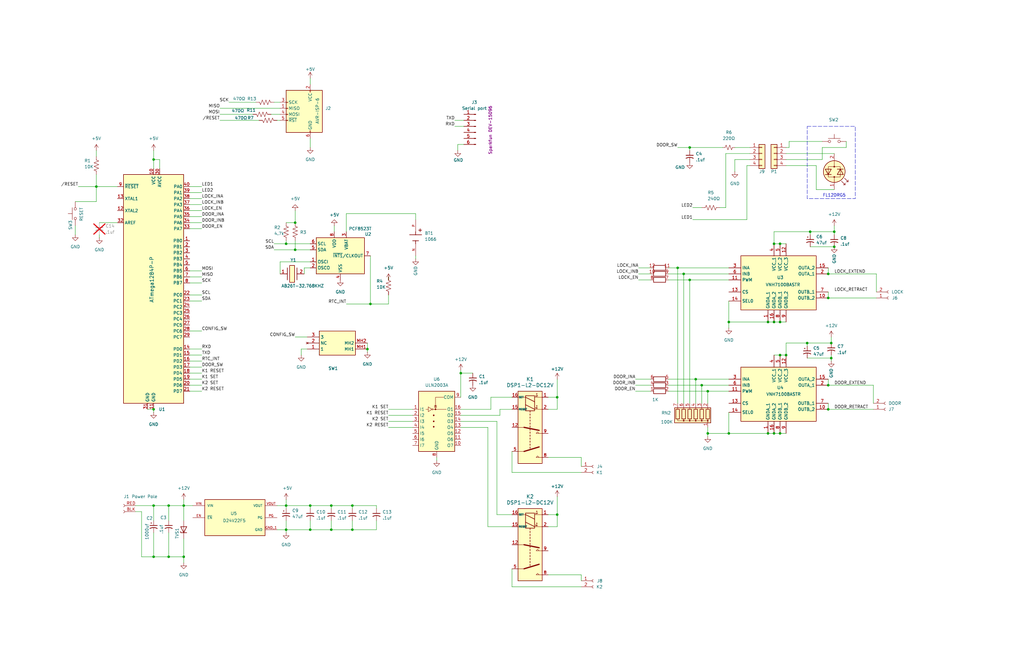
<source format=kicad_sch>
(kicad_sch (version 20250114) (generator "eeschema") (generator_version "9.0")
  (paper "B")
  (title_block (title "Chicken Coop Controller Board") (date "2026-01-19") (rev "5") (company "vinthewrench.com") (comment 1 "CERN-OHL-P v2 Permissive Open Hardware Licence") (comment 2 "© 2026 Vinnie Moscaritolo"))
  (rectangle (start 340.36 53.34) (end 360.68 83.82) (stroke (width 0.1524) (type dash)))
  (text "FL12DRG5" (at 351.79 82.55 0) (effects (font (size 1.27 1.27))))
  (junction (at 64.77 213.36))
  (junction (at 351.79 104.14))
  (junction (at 64.77 172.72))
  (junction (at 295.91 162.56))
  (junction (at 350.52 144.78))
  (junction (at 156.21 128.27))
  (junction (at 120.65 223.52))
  (junction (at 130.81 213.36))
  (junction (at 340.36 144.78))
  (junction (at 288.29 115.57))
  (junction (at 285.75 113.03))
  (junction (at 349.25 125.73))
  (junction (at 148.59 213.36))
  (junction (at 328.93 182.88))
  (junction (at 326.39 182.88))
  (junction (at 328.93 135.89))
  (junction (at 328.93 102.87))
  (junction (at 293.37 160.02))
  (junction (at 234.95 167.64))
  (junction (at 139.7 213.36))
  (junction (at 120.65 213.36))
  (junction (at 351.79 97.79))
  (junction (at 341.63 97.79))
  (junction (at 139.7 223.52))
  (junction (at 194.31 157.48))
  (junction (at 298.45 165.1))
  (junction (at 349.25 162.56))
  (junction (at 77.47 234.95))
  (junction (at 331.47 149.86))
  (junction (at 326.39 102.87))
  (junction (at 323.85 182.88))
  (junction (at 124.46 105.41))
  (junction (at 307.34 182.88))
  (junction (at 234.95 217.17))
  (junction (at 71.12 234.95))
  (junction (at 64.77 234.95))
  (junction (at 130.81 223.52))
  (junction (at 40.64 78.74))
  (junction (at 350.52 151.13))
  (junction (at 307.34 135.89))
  (junction (at 349.25 115.57))
  (junction (at 71.12 213.36))
  (junction (at 298.45 182.88))
  (junction (at 154.94 147.32))
  (junction (at 290.83 62.23))
  (junction (at 326.39 135.89))
  (junction (at 124.46 93.98))
  (junction (at 64.77 67.31))
  (junction (at 77.47 213.36))
  (junction (at 148.59 223.52))
  (junction (at 290.83 118.11))
  (junction (at 323.85 135.89))
  (junction (at 328.93 149.86))
  (junction (at 349.25 172.72))
  (junction (at 120.65 102.87))
  (wire (pts (xy 148.59 223.52) (xy 139.7 223.52)))
  (wire (pts (xy 332.74 59.69) (xy 346.71 59.69)))
  (wire (pts (xy 148.59 213.36) (xy 158.75 213.36)))
  (wire (pts (xy 288.29 170.18) (xy 288.29 115.57)))
  (wire (pts (xy 207.01 167.64) (xy 215.9 167.64)))
  (wire (pts (xy 290.83 62.23) (xy 304.8 62.23)))
  (wire (pts (xy 293.37 160.02) (xy 293.37 170.18)))
  (wire (pts (xy 210.82 175.26) (xy 210.82 172.72)))
  (wire (pts (xy 351.79 95.25) (xy 351.79 97.79)))
  (wire (pts (xy 281.94 162.56) (xy 295.91 162.56)))
  (wire (pts (xy 314.96 92.71) (xy 314.96 69.85)))
  (wire (pts (xy 80.01 162.56) (xy 85.09 162.56)))
  (wire (pts (xy 80.01 88.9) (xy 85.09 88.9)))
  (wire (pts (xy 120.65 101.6) (xy 120.65 102.87)))
  (wire (pts (xy 328.93 149.86) (xy 331.47 149.86)))
  (wire (pts (xy 290.83 118.11) (xy 290.83 170.18)))
  (wire (pts (xy 340.36 146.05) (xy 340.36 144.78)))
  (wire (pts (xy 281.94 113.03) (xy 285.75 113.03)))
  (wire (pts (xy 351.79 97.79) (xy 341.63 97.79)))
  (wire (pts (xy 40.64 63.5) (xy 40.64 66.04)))
  (wire (pts (xy 231.14 193.04) (xy 245.11 193.04)))
  (wire (pts (xy 309.88 62.23) (xy 316.23 62.23)))
  (wire (pts (xy 194.31 177.8) (xy 209.55 177.8)))
  (wire (pts (xy 59.69 215.9) (xy 59.69 234.95)))
  (wire (pts (xy 328.93 135.89) (xy 331.47 135.89)))
  (wire (pts (xy 124.46 142.24) (xy 129.54 142.24)))
  (wire (pts (xy 64.77 213.36) (xy 64.77 219.71)))
  (wire (pts (xy 369.57 123.19) (xy 369.57 115.57)))
  (wire (pts (xy 118.11 110.49) (xy 118.11 115.57)))
  (wire (pts (xy 331.47 144.78) (xy 340.36 144.78)))
  (wire (pts (xy 57.15 215.9) (xy 59.69 215.9)))
  (wire (pts (xy 351.79 99.06) (xy 351.79 97.79)))
  (wire (pts (xy 298.45 182.88) (xy 298.45 184.15)))
  (wire (pts (xy 64.77 67.31) (xy 64.77 71.12)))
  (wire (pts (xy 344.17 80.01) (xy 351.79 80.01)))
  (wire (pts (xy 124.46 105.41) (xy 130.81 105.41)))
  (wire (pts (xy 80.01 96.52) (xy 85.09 96.52)))
  (wire (pts (xy 175.26 90.17) (xy 175.26 92.71)))
  (wire (pts (xy 67.31 71.12) (xy 67.31 67.31)))
  (wire (pts (xy 331.47 67.31) (xy 346.71 67.31)))
  (wire (pts (xy 31.75 85.09) (xy 40.64 85.09)))
  (wire (pts (xy 64.77 172.72) (xy 64.77 173.99)))
  (wire (pts (xy 71.12 213.36) (xy 71.12 219.71)))
  (wire (pts (xy 62.23 172.72) (xy 64.77 172.72)))
  (wire (pts (xy 349.25 162.56) (xy 368.3 162.56)))
  (wire (pts (xy 40.64 73.66) (xy 40.64 78.74)))
  (wire (pts (xy 148.59 219.71) (xy 148.59 223.52)))
  (wire (pts (xy 298.45 165.1) (xy 307.34 165.1)))
  (wire (pts (xy 41.91 99.06) (xy 41.91 100.33)))
  (wire (pts (xy 80.01 119.38) (xy 85.09 119.38)))
  (wire (pts (xy 267.97 165.1) (xy 274.32 165.1)))
  (wire (pts (xy 298.45 165.1) (xy 298.45 170.18)))
  (wire (pts (xy 80.01 86.36) (xy 85.09 86.36)))
  (wire (pts (xy 332.74 62.23) (xy 332.74 59.69)))
  (wire (pts (xy 184.15 193.04) (xy 184.15 194.31)))
  (wire (pts (xy 209.55 177.8) (xy 209.55 217.17)))
  (wire (pts (xy 130.81 214.63) (xy 130.81 213.36)))
  (wire (pts (xy 234.95 217.17) (xy 234.95 222.25)))
  (wire (pts (xy 139.7 213.36) (xy 139.7 214.63)))
  (wire (pts (xy 369.57 125.73) (xy 349.25 125.73)))
  (wire (pts (xy 326.39 102.87) (xy 328.93 102.87)))
  (wire (pts (xy 173.99 172.72) (xy 163.83 172.72)))
  (wire (pts (xy 146.05 128.27) (xy 156.21 128.27)))
  (wire (pts (xy 115.57 43.18) (xy 118.11 43.18)))
  (wire (pts (xy 274.32 118.11) (xy 269.24 118.11)))
  (wire (pts (xy 350.52 142.24) (xy 350.52 144.78)))
  (wire (pts (xy 67.31 67.31) (xy 64.77 67.31)))
  (wire (pts (xy 332.74 62.23) (xy 331.47 62.23)))
  (wire (pts (xy 340.36 144.78) (xy 350.52 144.78)))
  (wire (pts (xy 77.47 227.33) (xy 77.47 234.95)))
  (wire (pts (xy 269.24 113.03) (xy 274.32 113.03)))
  (wire (pts (xy 40.64 85.09) (xy 40.64 78.74)))
  (wire (pts (xy 344.17 69.85) (xy 344.17 80.01)))
  (wire (pts (xy 139.7 223.52) (xy 130.81 223.52)))
  (wire (pts (xy 326.39 149.86) (xy 328.93 149.86)))
  (wire (pts (xy 80.01 152.4) (xy 85.09 152.4)))
  (wire (pts (xy 80.01 78.74) (xy 85.09 78.74)))
  (wire (pts (xy 285.75 113.03) (xy 285.75 170.18)))
  (wire (pts (xy 80.01 81.28) (xy 85.09 81.28)))
  (wire (pts (xy 231.14 217.17) (xy 234.95 217.17)))
  (wire (pts (xy 71.12 213.36) (xy 77.47 213.36)))
  (wire (pts (xy 127 147.32) (xy 129.54 147.32)))
  (wire (pts (xy 350.52 151.13) (xy 350.52 152.4)))
  (wire (pts (xy 215.9 190.5) (xy 215.9 199.39)))
  (wire (pts (xy 80.01 149.86) (xy 85.09 149.86)))
  (wire (pts (xy 331.47 149.86) (xy 331.47 144.78)))
  (wire (pts (xy 234.95 172.72) (xy 231.14 172.72)))
  (wire (pts (xy 281.94 165.1) (xy 298.45 165.1)))
  (wire (pts (xy 158.75 214.63) (xy 158.75 213.36)))
  (wire (pts (xy 80.01 83.82) (xy 85.09 83.82)))
  (wire (pts (xy 349.25 115.57) (xy 349.25 113.03)))
  (wire (pts (xy 350.52 149.86) (xy 350.52 151.13)))
  (wire (pts (xy 290.83 62.23) (xy 290.83 63.5)))
  (wire (pts (xy 314.96 69.85) (xy 316.23 69.85)))
  (wire (pts (xy 120.65 219.71) (xy 120.65 223.52)))
  (wire (pts (xy 71.12 224.79) (xy 71.12 234.95)))
  (wire (pts (xy 245.11 196.85) (xy 245.11 193.04)))
  (wire (pts (xy 207.01 172.72) (xy 207.01 167.64)))
  (wire (pts (xy 175.26 107.95) (xy 175.26 109.22)))
  (wire (pts (xy 163.83 128.27) (xy 156.21 128.27)))
  (wire (pts (xy 120.65 223.52) (xy 130.81 223.52)))
  (wire (pts (xy 328.93 182.88) (xy 331.47 182.88)))
  (wire (pts (xy 80.01 124.46) (xy 85.09 124.46)))
  (wire (pts (xy 307.34 127) (xy 307.34 135.89)))
  (wire (pts (xy 115.57 105.41) (xy 124.46 105.41)))
  (wire (pts (xy 106.68 48.26) (xy 92.71 48.26)))
  (wire (pts (xy 295.91 162.56) (xy 307.34 162.56)))
  (wire (pts (xy 215.9 247.65) (xy 245.11 247.65)))
  (wire (pts (xy 146.05 97.79) (xy 146.05 90.17)))
  (wire (pts (xy 139.7 213.36) (xy 148.59 213.36)))
  (wire (pts (xy 290.83 118.11) (xy 307.34 118.11)))
  (wire (pts (xy 194.31 157.48) (xy 194.31 167.64)))
  (wire (pts (xy 215.9 240.03) (xy 215.9 247.65)))
  (wire (pts (xy 118.11 50.8) (xy 116.84 50.8)))
  (wire (pts (xy 77.47 237.49) (xy 77.47 234.95)))
  (wire (pts (xy 281.94 115.57) (xy 288.29 115.57)))
  (wire (pts (xy 231.14 242.57) (xy 245.11 242.57)))
  (wire (pts (xy 194.31 175.26) (xy 210.82 175.26)))
  (wire (pts (xy 57.15 213.36) (xy 64.77 213.36)))
  (wire (pts (xy 194.31 180.34) (xy 205.74 180.34)))
  (wire (pts (xy 80.01 157.48) (xy 85.09 157.48)))
  (wire (pts (xy 288.29 115.57) (xy 307.34 115.57)))
  (wire (pts (xy 158.75 219.71) (xy 158.75 223.52)))
  (wire (pts (xy 80.01 139.7) (xy 85.09 139.7)))
  (wire (pts (xy 77.47 213.36) (xy 81.28 213.36)))
  (wire (pts (xy 298.45 180.34) (xy 298.45 182.88)))
  (wire (pts (xy 107.95 43.18) (xy 96.52 43.18)))
  (wire (pts (xy 173.99 175.26) (xy 163.83 175.26)))
  (wire (pts (xy 349.25 170.18) (xy 349.25 172.72)))
  (wire (pts (xy 298.45 182.88) (xy 307.34 182.88)))
  (wire (pts (xy 64.77 213.36) (xy 71.12 213.36)))
  (wire (pts (xy 120.65 213.36) (xy 130.81 213.36)))
  (wire (pts (xy 356.87 59.69) (xy 356.87 62.23)))
  (wire (pts (xy 346.71 67.31) (xy 346.71 62.23)))
  (wire (pts (xy 191.77 50.8) (xy 195.58 50.8)))
  (wire (pts (xy 285.75 113.03) (xy 307.34 113.03)))
  (wire (pts (xy 323.85 135.89) (xy 326.39 135.89)))
  (wire (pts (xy 281.94 118.11) (xy 290.83 118.11)))
  (wire (pts (xy 328.93 102.87) (xy 331.47 102.87)))
  (wire (pts (xy 191.77 53.34) (xy 195.58 53.34)))
  (wire (pts (xy 118.11 110.49) (xy 130.81 110.49)))
  (wire (pts (xy 80.01 154.94) (xy 85.09 154.94)))
  (wire (pts (xy 130.81 213.36) (xy 139.7 213.36)))
  (wire (pts (xy 205.74 222.25) (xy 215.9 222.25)))
  (wire (pts (xy 295.91 162.56) (xy 295.91 170.18)))
  (wire (pts (xy 31.75 95.25) (xy 31.75 99.06)))
  (wire (pts (xy 130.81 33.02) (xy 130.81 35.56)))
  (wire (pts (xy 77.47 213.36) (xy 77.47 219.71)))
  (wire (pts (xy 64.77 224.79) (xy 64.77 234.95)))
  (wire (pts (xy 245.11 245.11) (xy 245.11 242.57)))
  (wire (pts (xy 281.94 160.02) (xy 293.37 160.02)))
  (wire (pts (xy 326.39 182.88) (xy 328.93 182.88)))
  (wire (pts (xy 205.74 180.34) (xy 205.74 222.25)))
  (wire (pts (xy 234.95 167.64) (xy 234.95 172.72)))
  (wire (pts (xy 80.01 127) (xy 85.09 127)))
  (wire (pts (xy 77.47 210.82) (xy 77.47 213.36)))
  (wire (pts (xy 118.11 45.72) (xy 92.71 45.72)))
  (wire (pts (xy 326.39 135.89) (xy 328.93 135.89)))
  (wire (pts (xy 80.01 93.98) (xy 85.09 93.98)))
  (wire (pts (xy 349.25 125.73) (xy 349.25 123.19)))
  (wire (pts (xy 33.02 78.74) (xy 40.64 78.74)))
  (wire (pts (xy 156.21 107.95) (xy 156.21 128.27)))
  (wire (pts (xy 115.57 102.87) (xy 120.65 102.87)))
  (wire (pts (xy 124.46 88.9) (xy 124.46 93.98)))
  (wire (pts (xy 80.01 147.32) (xy 85.09 147.32)))
  (wire (pts (xy 80.01 116.84) (xy 85.09 116.84)))
  (wire (pts (xy 128.27 115.57) (xy 128.27 113.03)))
  (wire (pts (xy 124.46 101.6) (xy 124.46 105.41)))
  (wire (pts (xy 120.65 213.36) (xy 120.65 210.82)))
  (wire (pts (xy 120.65 214.63) (xy 120.65 213.36)))
  (wire (pts (xy 173.99 180.34) (xy 163.83 180.34)))
  (wire (pts (xy 307.34 135.89) (xy 323.85 135.89)))
  (wire (pts (xy 368.3 170.18) (xy 368.3 162.56)))
  (wire (pts (xy 146.05 90.17) (xy 175.26 90.17)))
  (wire (pts (xy 323.85 182.88) (xy 326.39 182.88)))
  (wire (pts (xy 306.07 64.77) (xy 306.07 87.63)))
  (wire (pts (xy 154.94 144.78) (xy 154.94 147.32)))
  (wire (pts (xy 234.95 222.25) (xy 231.14 222.25)))
  (wire (pts (xy 130.81 62.23) (xy 130.81 58.42)))
  (wire (pts (xy 194.31 157.48) (xy 199.39 157.48)))
  (wire (pts (xy 80.01 165.1) (xy 85.09 165.1)))
  (wire (pts (xy 59.69 234.95) (xy 64.77 234.95)))
  (wire (pts (xy 307.34 182.88) (xy 323.85 182.88)))
  (wire (pts (xy 193.04 63.5) (xy 193.04 60.96)))
  (wire (pts (xy 148.59 213.36) (xy 148.59 214.63)))
  (wire (pts (xy 139.7 219.71) (xy 139.7 223.52)))
  (wire (pts (xy 285.75 62.23) (xy 290.83 62.23)))
  (wire (pts (xy 40.64 78.74) (xy 49.53 78.74)))
  (wire (pts (xy 269.24 115.57) (xy 274.32 115.57)))
  (wire (pts (xy 234.95 160.02) (xy 234.95 167.64)))
  (wire (pts (xy 306.07 64.77) (xy 316.23 64.77)))
  (wire (pts (xy 80.01 160.02) (xy 85.09 160.02)))
  (wire (pts (xy 309.88 72.39) (xy 309.88 67.31)))
  (wire (pts (xy 293.37 160.02) (xy 307.34 160.02)))
  (wire (pts (xy 215.9 199.39) (xy 245.11 199.39)))
  (wire (pts (xy 307.34 135.89) (xy 307.34 138.43)))
  (wire (pts (xy 234.95 209.55) (xy 234.95 217.17)))
  (wire (pts (xy 118.11 48.26) (xy 114.3 48.26)))
  (wire (pts (xy 340.36 151.13) (xy 350.52 151.13)))
  (wire (pts (xy 194.31 156.21) (xy 194.31 157.48)))
  (wire (pts (xy 120.65 102.87) (xy 130.81 102.87)))
  (wire (pts (xy 341.63 97.79) (xy 326.39 97.79)))
  (wire (pts (xy 41.91 93.98) (xy 49.53 93.98)))
  (wire (pts (xy 267.97 160.02) (xy 274.32 160.02)))
  (wire (pts (xy 116.84 213.36) (xy 120.65 213.36)))
  (wire (pts (xy 92.71 50.8) (xy 109.22 50.8)))
  (wire (pts (xy 71.12 234.95) (xy 77.47 234.95)))
  (wire (pts (xy 116.84 223.52) (xy 120.65 223.52)))
  (wire (pts (xy 127 147.32) (xy 127 149.86)))
  (wire (pts (xy 120.65 223.52) (xy 120.65 224.79)))
  (wire (pts (xy 128.27 113.03) (xy 130.81 113.03)))
  (wire (pts (xy 292.1 87.63) (xy 295.91 87.63)))
  (wire (pts (xy 158.75 223.52) (xy 148.59 223.52)))
  (wire (pts (xy 331.47 69.85) (xy 344.17 69.85)))
  (wire (pts (xy 231.14 167.64) (xy 234.95 167.64)))
  (wire (pts (xy 309.88 67.31) (xy 316.23 67.31)))
  (wire (pts (xy 163.83 118.11) (xy 163.83 116.84)))
  (wire (pts (xy 326.39 97.79) (xy 326.39 102.87)))
  (wire (pts (xy 154.94 147.32) (xy 154.94 148.59)))
  (wire (pts (xy 130.81 219.71) (xy 130.81 223.52)))
  (wire (pts (xy 140.97 95.25) (xy 140.97 97.79)))
  (wire (pts (xy 163.83 128.27) (xy 163.83 124.46)))
  (wire (pts (xy 267.97 162.56) (xy 274.32 162.56)))
  (wire (pts (xy 210.82 172.72) (xy 215.9 172.72)))
  (wire (pts (xy 120.65 93.98) (xy 124.46 93.98)))
  (wire (pts (xy 80.01 114.3) (xy 85.09 114.3)))
  (wire (pts (xy 303.53 87.63) (xy 306.07 87.63)))
  (wire (pts (xy 209.55 217.17) (xy 215.9 217.17)))
  (wire (pts (xy 173.99 177.8) (xy 163.83 177.8)))
  (wire (pts (xy 341.63 104.14) (xy 351.79 104.14)))
  (wire (pts (xy 80.01 91.44) (xy 85.09 91.44)))
  (wire (pts (xy 349.25 162.56) (xy 349.25 160.02)))
  (wire (pts (xy 194.31 172.72) (xy 207.01 172.72)))
  (wire (pts (xy 349.25 115.57) (xy 369.57 115.57)))
  (wire (pts (xy 368.3 172.72) (xy 349.25 172.72)))
  (wire (pts (xy 64.77 63.5) (xy 64.77 67.31)))
  (wire (pts (xy 193.04 60.96) (xy 195.58 60.96)))
  (wire (pts (xy 292.1 92.71) (xy 314.96 92.71)))
  (wire (pts (xy 331.47 64.77) (xy 351.79 64.77)))
  (wire (pts (xy 307.34 173.99) (xy 307.34 182.88)))
  (wire (pts (xy 346.71 62.23) (xy 356.87 62.23)))
  (wire (pts (xy 64.77 234.95) (xy 71.12 234.95)))
  (wire (pts (xy 341.63 99.06) (xy 341.63 97.79)))
  (label "DOOR_RETRACT" (at 351.79 172.72 0))
  (label "DOOR_INA" (at 267.97 160.02 180))
  (label "SDA" (at 85.09 127 0))
  (label "K2 SET" (at 163.83 177.8 180))
  (label "{slash}RESET" (at 92.71 50.8 180))
  (label "LOCK_RETRACT" (at 351.79 123.19 0))
  (label "LOCK_INA" (at 269.24 113.03 180))
  (label "LED2" (at 85.09 81.28 0))
  (label "TXD" (at 191.77 50.8 180))
  (label "SCL" (at 115.57 102.87 180))
  (label "K1 RESET" (at 163.83 175.26 180))
  (label "LED2" (at 292.1 87.63 180))
  (label "LED1" (at 85.09 78.74 0))
  (label "RTC_INT" (at 146.05 128.27 180))
  (label "K1 RESET" (at 85.09 157.48 0))
  (label "K2 RESET" (at 163.83 180.34 180))
  (label "K2 RESET" (at 85.09 165.1 0))
  (label "CONFIG_SW" (at 124.46 142.24 180))
  (label "RTC_INT" (at 85.09 152.4 0))
  (label "TXD" (at 85.09 149.86 0))
  (label "SCK" (at 85.09 119.38 0))
  (label "DOOR_SW" (at 85.09 154.94 0))
  (label "MISO" (at 85.09 116.84 0))
  (label "K2 SET" (at 85.09 162.56 0))
  (label "MISO" (at 92.71 45.72 180))
  (label "MOSI" (at 85.09 114.3 0))
  (label "{slash}RESET" (at 33.02 78.74 180))
  (label "LOCK_INB" (at 85.09 86.36 0))
  (label "DOOR_SW" (at 285.75 62.23 180))
  (label "DOOR_INA" (at 85.09 91.44 0))
  (label "MOSI" (at 92.71 48.26 180))
  (label "DOOR_INB" (at 267.97 162.56 180))
  (label "SDA" (at 115.57 105.41 180))
  (label "SCK" (at 96.52 43.18 180))
  (label "LED1" (at 292.1 92.71 180))
  (label "LOCK_EN" (at 269.24 118.11 180))
  (label "K1 SET" (at 163.83 172.72 180))
  (label "K1 SET" (at 85.09 160.02 0))
  (label "LOCK_INA" (at 85.09 83.82 0))
  (label "LOCK_INB" (at 269.24 115.57 180))
  (label "RXD" (at 191.77 53.34 180))
  (label "CONFIG_SW" (at 85.09 139.7 0))
  (label "DOOR_EN" (at 267.97 165.1 180))
  (label "RXD" (at 85.09 147.32 0))
  (label "LOCK_EXTEND" (at 351.79 115.57 0))
  (label "DOOR_EN" (at 85.09 96.52 0))
  (label "LOCK_EN" (at 85.09 88.9 0))
  (label "DOOR_EXTEND" (at 351.79 162.56 0))
  (label "SCL" (at 85.09 124.46 0))
  (label "DOOR_INB" (at 85.09 93.98 0))
  (symbol (lib_id "power:GND") (at 130.81 62.23 0) (mirror y) (unit 1)
    (property "Reference" "#PWR09" (effects (hide yes)))
    (property "Value" "GND" (at 130.81 67.31 0))
    (property "Description" "Power symbol creates a global label with name \"GND\" , ground" (effects (hide yes)))
  )
  (symbol (lib_id "Device:C_Small_US") (at 199.39 160.02 0) (unit 1)
    (property "Reference" "C1" (at 201.93 158.8769 0) (effects (justify left)))
    (property "Value" ".1uf" (at 201.93 161.4169 0) (effects (justify left)))
    (property "Footprint" "RCER71H104K0DBH03A:RCER71H104K0DBH03A" (effects (hide yes)))
    (property "Description" "capacitor, small US symbol" (effects (hide yes)))
  )
  (symbol (lib_id "power:GND") (at 290.83 68.58 0) (unit 1)
    (property "Reference" "#PWR07" (effects (hide yes)))
    (property "Value" "GND" (at 286.766 70.612 0))
    (property "Description" "Power symbol creates a global label with name \"GND\" , ground" (effects (hide yes)))
  )
  (symbol (lib_id "D24V22F5:5V_2.5A_STEP-DOWN_D24V22F5") (at 99.06 218.44 0) (unit 1)
    (property "Reference" "U5" (at 98.552 216.662 0))
    (property "Value" "D24V22F5" (at 98.806 219.71 0))
    (property "Footprint" "D24V22F5:MODULE_5V_2.5A_STEP-DOWN_D24V22F5" (effects (hide yes)))
    (property "MF" "Pololu" (effects (hide yes)))
    (property "MAXIMUM_PACKAGE_HEIGHT" "8.12mm" (effects (hide yes)))
    (property "CREATOR" "NEZY" (effects (hide yes)))
    (property "Price" "None" (effects (hide yes)))
    (property "Package" "None" (effects (hide yes)))
    (property "Check_prices" "https://www.snapeda.com/parts/5V%202.5A%20STEP-DOWN%20D24V22F5/Pololu/view-part/?ref=eda" (effects (hide yes)))
    (property "STANDARD" "Manufacturer Recommendations" (effects (hide yes)))
    (property "PARTREV" "12 November 2015" (effects (hide yes)))
    (property "SnapEDA_Link" "https://www.snapeda.com/parts/5V%202.5A%20STEP-DOWN%20D24V22F5/Pololu/view-part/?ref=snap" (effects (hide yes)))
    (property "MP" "5V 2.5A STEP-DOWN D24V22F5" (effects (hide yes)))
    (property "Description_1" "DC DC Converter  Output       -  Input" (effects (hide yes)))
    (property "Availability" "Not in stock" (effects (hide yes)))
    (property "MANUFACTURER" "Pololu" (effects (hide yes)))
  )
  (symbol (lib_id "power:+12C") (at 194.31 156.21 0) (unit 1)
    (property "Reference" "#PWR029" (effects (hide yes)))
    (property "Value" "+12V" (at 194.31 151.638 0))
    (property "Description" "Power symbol creates a global label with name \"+12C\"" (effects (hide yes)))
  )
  (symbol (lib_id "power:GND") (at 120.65 224.79 0) (unit 1)
    (property "Reference" "#PWR026" (effects (hide yes)))
    (property "Value" "GND" (at 120.65 229.87 0))
    (property "Description" "Power symbol creates a global label with name \"GND\" , ground" (effects (hide yes)))
  )
  (symbol (lib_id "Connector:Conn_01x02_Socket") (at 373.38 172.72 0) (mirror x) (unit 1)
    (property "Reference" "J7" (at 374.65 172.7201 0) (effects (justify left)))
    (property "Value" "DOOR" (at 374.65 170.1801 0) (effects (justify left)))
    (property "Footprint" "TerminalBlock_Phoenix:TerminalBlock_Phoenix_MKDS-1,5-2-5.08_1x02_P5.08mm_Horizontal" (effects (hide yes)))
    (property "Description" "Generic connector, single row, 01x02, script generated" (effects (hide yes)))
  )
  (symbol (lib_id "Device:C_Small_US") (at 290.83 66.04 0) (unit 1)
    (property "Reference" "C4" (at 293.37 64.8969 0) (effects (justify left)))
    (property "Value" ".1uf" (at 293.37 67.4369 0) (effects (justify left)))
    (property "Footprint" "RCER71H104K0DBH03A:RCER71H104K0DBH03A" (effects (hide yes)))
    (property "Description" "capacitor, small US symbol" (effects (hide yes)))
  )
  (symbol (lib_id "Device:R_US") (at 124.46 97.79 0) (unit 1)
    (property "Reference" "R3" (at 126.492 98.044 0) (effects (justify left)))
    (property "Value" "4.7K" (effects (hide yes)))
    (property "Footprint" "Resistor_THT:R_Axial_DIN0204_L3.6mm_D1.6mm_P7.62mm_Horizontal" (effects (hide yes)))
    (property "Description" "Resistor, US symbol" (effects (hide yes)))
  )
  (symbol (lib_id "Device:LED_Dual_Bidirectional") (at 351.79 72.39 270) (unit 1) (on_board no)
    (property "Reference" "D1" (effects (hide yes)))
    (property "Value" "LED_Dual_Bidirectional" (effects (hide yes)))
    (property "Description" "Dual LED, bidirectional" (effects (hide yes)))
  )
  (symbol (lib_id "power:+12V") (at 350.52 142.24 0) (mirror y) (unit 1)
    (property "Reference" "#PWR023" (effects (hide yes)))
    (property "Value" "+12V" (at 350.52 137.414 0))
    (property "Description" "Power symbol creates a global label with name \"+12V\"" (effects (hide yes)))
  )
  (symbol (lib_id "Device:R_US") (at 111.76 43.18 90) (mirror x) (unit 1)
    (property "Reference" "R13" (at 106.172 41.656 90))
    (property "Value" "470Ω" (at 100.838 41.656 90))
    (property "Footprint" "Resistor_THT:R_Axial_DIN0204_L3.6mm_D1.6mm_P7.62mm_Horizontal" (effects (hide yes)))
    (property "Description" "Resistor, US symbol" (effects (hide yes)))
  )
  (symbol (lib_id "Device:C_Small_US") (at 148.59 217.17 0) (unit 1)
    (property "Reference" "C12" (at 151.13 216.0269 0) (effects (justify left)))
    (property "Value" ".1uf" (at 151.13 218.5669 0) (effects (justify left)))
    (property "Footprint" "RCER71H104K0DBH03A:RCER71H104K0DBH03A" (effects (hide yes)))
    (property "Description" "capacitor, small US symbol" (effects (hide yes)))
  )
  (symbol (lib_id "power:+12C") (at 234.95 209.55 0) (unit 1)
    (property "Reference" "#PWR030" (effects (hide yes)))
    (property "Value" "+12V" (at 234.95 205.232 0))
    (property "Description" "Power symbol creates a global label with name \"+12C\"" (effects (hide yes)))
  )
  (symbol (lib_id "Device:R_US") (at 40.64 69.85 0) (unit 1)
    (property "Reference" "R1" (at 35.56 67.818 0) (effects (justify left)))
    (property "Value" "10K" (at 35.56 70.358 0) (effects (justify left)))
    (property "Footprint" "Resistor_THT:R_Axial_DIN0204_L3.6mm_D1.6mm_P7.62mm_Horizontal" (effects (hide yes)))
    (property "Description" "Resistor, US symbol" (effects (hide yes)))
  )
  (symbol (lib_id "Connector_Generic:Conn_01x04") (at 326.39 64.77 0) (mirror y) (unit 1) (on_board no)
    (property "Reference" "P1" (at 326.39 72.39 0))
    (property "Value" "Mini‑Fit Jr" (effects (hide yes)))
    (property "Footprint" "Connector_Molex:Molex_Mini-Fit_Jr_5566-04A_2x02_P4.20mm_Vertical" (effects (hide yes)))
    (property "Description" "Generic connector, single row, 01x04, script generated (kicad-library-utils/schlib/autogen/connector/)" (effects (hide yes)))
  )
  (symbol (lib_id "power:+5V") (at 64.77 63.5 0) (unit 1)
    (property "Reference" "#PWR03" (effects (hide yes)))
    (property "Value" "+5V" (at 64.77 58.42 0))
    (property "Description" "Power symbol creates a global label with name \"+5V\"" (effects (hide yes)))
  )
  (symbol (lib_id "Device:R_Pack06_SIP_Split") (at 278.13 113.03 90) (unit 6)
    (property "Reference" "RN4" (effects (hide yes)))
    (property "Value" "1K" (effects (hide yes)))
    (property "Footprint" "Resistor_THT:R_Array_SIP12" (effects (hide yes)))
    (property "Datasheet" "http://www.vishay.com/docs/31509/csc.pdf" (effects (hide yes)))
    (property "Description" "6 resistor network, parallel topology, SIP package, split" (effects (hide yes)))
    (property "Manufacturer_Part_Number" "4612X-102-102LF" (effects (hide yes)))
  )
  (symbol (lib_id "power:GND") (at 124.46 88.9 0) (mirror x) (unit 1)
    (property "Reference" "#PWR08" (effects (hide yes)))
    (property "Value" "+5V" (at 122.428 83.82 0) (effects (justify left)))
    (property "Description" "Power symbol creates a global label with name \"GND\" , ground" (effects (hide yes)))
  )
  (symbol (lib_id "Connector:AVR-ISP-6") (at 128.27 45.72 180) (unit 1)
    (property "Reference" "J2" (at 137.16 45.7199 0) (effects (justify right)))
    (property "Value" "AVR-ISP-6" (at 133.858 52.324 90) (effects (justify right)))
    (property "Footprint" "Connector_PinHeader_2.54mm:PinHeader_2x03_P2.54mm_Vertical" (effects (hide yes)))
    (property "Description" "Atmel 6-pin ISP connector" (effects (hide yes)))
  )
  (symbol (lib_id "Device:R_US") (at 163.83 120.65 0) (unit 1)
    (property "Reference" "R4" (at 158.75 118.618 0) (effects (justify left)))
    (property "Value" "10K" (at 158.75 121.158 0) (effects (justify left)))
    (property "Footprint" "Resistor_THT:R_Axial_DIN0204_L3.6mm_D1.6mm_P7.62mm_Horizontal" (effects (hide yes)))
    (property "Description" "Resistor, US symbol" (effects (hide yes)))
  )
  (symbol (lib_id "power:GND") (at 127 149.86 0) (unit 1)
    (property "Reference" "#PWR014" (effects (hide yes)))
    (property "Value" "GND" (at 127 154.94 0))
    (property "Description" "Power symbol creates a global label with name \"GND\" , ground" (effects (hide yes)))
  )
  (symbol (lib_id "power:GND") (at 193.04 63.5 0) (mirror y) (unit 1)
    (property "Reference" "#PWR013" (effects (hide yes)))
    (property "Value" "GND" (at 193.294 67.564 0))
    (property "Description" "Power symbol creates a global label with name \"GND\" , ground" (effects (hide yes)))
  )
  (symbol (lib_id "Switch:SW_Push") (at 351.79 59.69 0) (unit 1) (on_board no)
    (property "Reference" "SW2" (at 351.536 50.546 0))
    (property "Value" "SW_Push" (effects (hide yes)))
    (property "Description" "Push button switch, generic, two pins" (effects (hide yes)))
  )
  (symbol (lib_id "Transistor_Array:ULN2003A") (at 184.15 177.8 0) (unit 1)
    (property "Reference" "U6" (at 184.15 160.02 0))
    (property "Value" "ULN2003A" (at 184.15 162.56 0))
    (property "Footprint" "Package_DIP:DIP-16_W7.62mm" (effects (hide yes)))
    (property "Datasheet" "http://www.ti.com/lit/ds/symlink/uln2003a.pdf" (effects (hide yes)))
    (property "Description" "High Voltage, High Current Darlington Transistor Arrays, SOIC16/SOIC16W/DIP16/TSSOP16" (effects (hide yes)))
  )
  (symbol (lib_id "power:+5V") (at 120.65 210.82 0) (unit 1)
    (property "Reference" "#PWR027" (effects (hide yes)))
    (property "Value" "+5V" (at 121.158 205.994 0))
    (property "Description" "Power symbol creates a global label with name \"+5V\"" (effects (hide yes)))
  )
  (symbol (lib_id "Device:R_Pack06_SIP_Split") (at 278.13 165.1 270) (unit 1)
    (property "Reference" "RN4" (effects (hide yes)))
    (property "Value" "1K" (at 276.352 168.656 90))
    (property "Footprint" "Resistor_THT:R_Array_SIP12" (effects (hide yes)))
    (property "Datasheet" "http://www.vishay.com/docs/31509/csc.pdf" (effects (hide yes)))
    (property "Description" "6 resistor network, parallel topology, SIP package, split" (effects (hide yes)))
    (property "Manufacturer_Part_Number" "4612X-102-102LF" (effects (hide yes)))
  )
  (symbol (lib_id "VNH7100BASTR:VNH7100BASTR") (at 308.61 157.48 0) (unit 1)
    (property "Reference" "U4" (at 327.66 163.576 0) (effects (justify left)))
    (property "Value" "VNH7100BASTR" (at 323.088 166.37 0) (effects (justify left)))
    (property "Footprint" "SOIC127P600X175-16N" (effects (hide yes)))
    (property "Datasheet" "https://www.st.com/resource/en/datasheet/dm00314832.pdf" (effects (hide yes)))
    (property "Description" "STMicroelectronics VNH7100BASTR Motor Driver IC 16-Pin, SOIC" (effects (hide yes)))
    (property "Height" "1.75" (effects (hide yes)))
    (property "Manufacturer_Name" "STMicroelectronics" (effects (hide yes)))
    (property "Manufacturer_Part_Number" "VNH7100BASTR" (effects (hide yes)))
    (property "Mouser Part Number" "511-VNH7100BASTR" (effects (hide yes)))
    (property "Mouser Price/Stock" "https://www.mouser.co.uk/ProductDetail/STMicroelectronics/VNH7100BASTR?qs=5aG0NVq1C4zGSYti1WIHtQ%3D%3D" (effects (hide yes)))
    (property "Arrow Part Number" "VNH7100BASTR" (effects (hide yes)))
    (property "Arrow Price/Stock" "https://www.arrow.com/en/products/vnh7100bastr/stmicroelectronics?utm_currency=USD&region=nac" (effects (hide yes)))
  )
  (symbol (lib_id "power:GND") (at 298.45 184.15 0) (unit 1)
    (property "Reference" "#PWR021" (effects (hide yes)))
    (property "Value" "GND" (at 298.45 189.23 0))
    (property "Description" "Power symbol creates a global label with name \"GND\" , ground" (effects (hide yes)))
  )
  (symbol (lib_id "Device:R_Network06") (at 290.83 175.26 180) (unit 1)
    (property "Reference" "RN2" (at 278.892 174.244 0) (effects (justify right)))
    (property "Value" "100K" (at 278.638 178.054 0) (effects (justify right)))
    (property "Footprint" "Resistor_THT:R_Array_SIP7" (effects (hide yes)))
    (property "Datasheet" "https://www.mouser.com/datasheet/3/40/1/4600x.pdf" (effects (hide yes)))
    (property "Description" "6 resistor network, star topology, bussed resistors, small symbol" (effects (hide yes)))
    (property "Manufacturer_Part_Number" "4607X-101-104LF" (effects (hide yes)))
  )
  (symbol (lib_id "Device:R_US") (at 113.03 50.8 90) (mirror x) (unit 1)
    (property "Reference" "R7" (at 105.664 49.784 90))
    (property "Value" "470Ω" (at 101.6 49.784 90))
    (property "Footprint" "Resistor_THT:R_Axial_DIN0204_L3.6mm_D1.6mm_P7.62mm_Horizontal" (effects (hide yes)))
    (property "Description" "Resistor, US symbol" (effects (hide yes)))
  )
  (symbol (lib_id "Device:C_Small_US") (at 130.81 217.17 0) (unit 1)
    (property "Reference" "C10" (at 133.35 216.0269 0) (effects (justify left)))
    (property "Value" ".1uf" (at 133.35 218.5669 0) (effects (justify left)))
    (property "Footprint" "RCER71H104K0DBH03A:RCER71H104K0DBH03A" (effects (hide yes)))
    (property "Description" "capacitor, small US symbol" (effects (hide yes)))
  )
  (symbol (lib_id "Connector_Generic:Conn_01x04") (at 321.31 64.77 0) (unit 1)
    (property "Reference" "J9" (at 321.31 72.39 0))
    (property "Value" "Mini‑Fit Jr" (effects (hide yes)))
    (property "Footprint" "Connector_Molex:Molex_Mini-Fit_Jr_5566-04A_2x02_P4.20mm_Vertical" (effects (hide yes)))
    (property "Description" "Generic connector, single row, 01x04, script generated (kicad-library-utils/schlib/autogen/connector/)" (effects (hide yes)))
  )
  (symbol (lib_id "Device:R_Pack06_SIP_Split") (at 278.13 160.02 90) (unit 3)
    (property "Reference" "RN4" (effects (hide yes)))
    (property "Value" "1K" (effects (hide yes)))
    (property "Footprint" "Resistor_THT:R_Array_SIP12" (effects (hide yes)))
    (property "Datasheet" "http://www.vishay.com/docs/31509/csc.pdf" (effects (hide yes)))
    (property "Description" "6 resistor network, parallel topology, SIP package, split" (effects (hide yes)))
    (property "Manufacturer_Part_Number" "4612X-102-102LF" (effects (hide yes)))
  )
  (symbol (lib_id "Device:C_Polarized_Small_US") (at 341.63 101.6 0) (unit 1)
    (property "Reference" "C6" (at 344.17 99.8981 0) (effects (justify left)))
    (property "Value" "47uf" (at 344.17 102.4381 0) (effects (justify left)))
    (property "Footprint" "Capacitor_THT:CP_Radial_D5.0mm_P2.00mm" (effects (hide yes)))
    (property "Description" "Polarized capacitor, small US symbol" (effects (hide yes)))
  )
  (symbol (lib_id "Device:C_Polarized_Small_US") (at 120.65 217.17 0) (unit 1)
    (property "Reference" "C9" (at 123.19 215.4681 0) (effects (justify left)))
    (property "Value" "47uf" (at 123.19 218.0081 0) (effects (justify left)))
    (property "Footprint" "Capacitor_THT:CP_Radial_D5.0mm_P2.00mm" (effects (hide yes)))
    (property "Description" "Polarized capacitor, small US symbol" (effects (hide yes)))
  )
  (symbol (lib_id "Device:R_US") (at 120.65 97.79 0) (unit 1)
    (property "Reference" "R2" (at 115.57 96.012 0) (effects (justify left)))
    (property "Value" "4.7k" (at 115.57 98.552 0) (effects (justify left)))
    (property "Footprint" "Resistor_THT:R_Axial_DIN0204_L3.6mm_D1.6mm_P7.62mm_Horizontal" (effects (hide yes)))
    (property "Description" "Resistor, US symbol" (effects (hide yes)))
  )
  (symbol (lib_id "Device:C_Small_US") (at 158.75 217.17 0) (unit 1)
    (property "Reference" "C13" (at 161.29 216.0269 0) (effects (justify left)))
    (property "Value" ".1uf" (at 161.29 218.5669 0) (effects (justify left)))
    (property "Footprint" "RCER71H104K0DBH03A:RCER71H104K0DBH03A" (effects (hide yes)))
    (property "Description" "capacitor, small US symbol" (effects (hide yes)))
  )
  (symbol (lib_id "power:GND1") (at 199.39 162.56 0) (unit 1)
    (property "Reference" "#PWR032" (effects (hide yes)))
    (property "Value" "GND" (at 199.39 167.64 0))
    (property "Description" "Power symbol creates a global label with name \"GND1\" , ground" (effects (hide yes)))
  )
  (symbol (lib_id "power:GND") (at 41.91 100.33 0) (unit 1)
    (property "Reference" "#PWR01" (effects (hide yes)))
    (property "Value" "GND" (at 41.91 105.41 0))
    (property "Description" "Power symbol creates a global label with name \"GND\" , ground" (effects (hide yes)))
  )
  (symbol (lib_id "Connector:Conn_01x02_Socket") (at 250.19 245.11 0) (unit 1)
    (property "Reference" "J8" (at 251.714 245.11 0) (effects (justify left)))
    (property "Value" "K2" (at 251.46 247.6499 0) (effects (justify left)))
    (property "Footprint" "TerminalBlock_Phoenix:TerminalBlock_Phoenix_MKDS-1,5-2-5.08_1x02_P5.08mm_Horizontal" (effects (hide yes)))
    (property "Description" "Generic connector, single row, 01x02, script generated" (effects (hide yes)))
  )
  (symbol (lib_id "Connector:Conn_01x06_Pin") (at 200.66 53.34 0) (mirror y) (unit 1)
    (property "Reference" "J3" (at 200.025 43.18 0))
    (property "Value" "Serial port" (at 200.025 45.72 0))
    (property "Footprint" "Connector_PinHeader_2.54mm:PinHeader_1x06_P2.54mm_Vertical" (effects (hide yes)))
    (property "Description" "Generic connector, single row, 01x06, script generated" (effects (hide yes)))
    (property "NOTE" "Sparkfun DEV-15096" (at 206.756 54.864 90))
  )
  (symbol (lib_id "Device:C_Polarized_Small_US") (at 340.36 148.59 0) (unit 1)
    (property "Reference" "C5" (at 342.9 146.8881 0) (effects (justify left)))
    (property "Value" "47uf" (at 342.9 149.4281 0) (effects (justify left)))
    (property "Footprint" "Capacitor_THT:CP_Radial_D5.0mm_P2.00mm" (effects (hide yes)))
    (property "Description" "Polarized capacitor, small US symbol" (effects (hide yes)))
  )
  (symbol (lib_id "Device:R_Pack06_SIP_Split") (at 278.13 118.11 90) (unit 4)
    (property "Reference" "RN4" (effects (hide yes)))
    (property "Value" "1K" (effects (hide yes)))
    (property "Footprint" "Resistor_THT:R_Array_SIP12" (effects (hide yes)))
    (property "Datasheet" "http://www.vishay.com/docs/31509/csc.pdf" (effects (hide yes)))
    (property "Description" "6 resistor network, parallel topology, SIP package, split" (effects (hide yes)))
    (property "Manufacturer_Part_Number" "4612X-102-102LF" (effects (hide yes)))
  )
  (symbol (lib_id "power:GND") (at 307.34 138.43 0) (unit 1)
    (property "Reference" "#PWR020" (effects (hide yes)))
    (property "Value" "GND" (at 307.34 143.51 0))
    (property "Description" "Power symbol creates a global label with name \"GND\" , ground" (effects (hide yes)))
  )
  (symbol (lib_id "power:GND") (at 143.51 118.11 0) (unit 1)
    (property "Reference" "#PWR012" (effects (hide yes)))
    (property "Value" "GND" (at 143.51 123.19 0))
    (property "Description" "Power symbol creates a global label with name \"GND\" , ground" (effects (hide yes)))
  )
  (symbol (lib_id "Switch:SW_Push") (at 31.75 90.17 90) (unit 1)
    (property "Reference" "SW3" (at 29.718 94.996 0))
    (property "Value" "RESET" (at 34.29 90.424 0))
    (property "Footprint" "Button_Switch_THT:SW_PUSH_6mm" (effects (hide yes)))
    (property "Description" "Push button switch, generic, two pins" (effects (hide yes)))
  )
  (symbol (lib_id "power:GND") (at 175.26 109.22 0) (unit 1)
    (property "Reference" "#PWR015" (effects (hide yes)))
    (property "Value" "GND" (at 175.26 114.3 90))
    (property "Description" "Power symbol creates a global label with name \"GND\" , ground" (effects (hide yes)))
  )
  (symbol (lib_id "Device:R_US") (at 299.72 87.63 90) (unit 1)
    (property "Reference" "R5" (at 299.72 81.28 90))
    (property "Value" "240Ω" (at 300.99 83.82 90))
    (property "Footprint" "Resistor_THT:R_Axial_DIN0204_L3.6mm_D1.6mm_P7.62mm_Horizontal" (effects (hide yes)))
    (property "Description" "Resistor, US symbol" (effects (hide yes)))
  )
  (symbol (lib_id "Device:C_Small_US") (at 41.91 96.52 0) (unit 1) (dnp yes)
    (property "Reference" "C14" (at 44.45 95.3769 0) (effects (justify left)))
    (property "Value" ".1uf" (at 44.45 97.9169 0) (effects (justify left)))
    (property "Footprint" "RCER71H104K0DBH03A:RCER71H104K0DBH03A" (effects (hide yes)))
    (property "Description" "capacitor, small US symbol" (effects (hide yes)))
  )
  (symbol (lib_id "power:GND") (at 309.88 72.39 0) (unit 1)
    (property "Reference" "#PWR019" (effects (hide yes)))
    (property "Value" "GND" (at 309.88 77.47 0))
    (property "Description" "Power symbol creates a global label with name \"GND\" , ground" (effects (hide yes)))
  )
  (symbol (lib_id "DSP1-L2-DC12V:DSP1-L2-DC12V") (at 200.66 166.37 0) (unit 1)
    (property "Reference" "K1" (at 223.52 160.02 0) (effects (font (size 1.524 1.524))))
    (property "Value" "DSP1-L2-DC12V" (at 223.52 162.56 0) (effects (font (size 1.524 1.524))))
    (property "Footprint" "DSP1-L2-DC12V" (effects (hide yes)))
    (property "Datasheet" "DSP1-L2-DC12V" (effects (hide yes)))
  )
  (symbol (lib_name "Conn_01x02_Socket_1") (lib_id "Connector:Conn_01x02_Socket") (at 58.42 215.9 0) (mirror x) (unit 1)
    (property "Reference" "J1" (at 53.34 209.55 0))
    (property "Value" "Power Pole" (at 60.96 209.55 0))
    (property "Footprint" "powerpole:powerpole" (effects (hide yes)))
    (property "Description" "Generic connector, single row, 01x02, script generated" (effects (hide yes)))
  )
  (symbol (lib_id "Connector:Conn_01x02_Socket") (at 250.19 196.85 0) (unit 1)
    (property "Reference" "J4" (at 251.714 196.85 0) (effects (justify left)))
    (property "Value" "K1" (at 251.46 199.3899 0) (effects (justify left)))
    (property "Footprint" "TerminalBlock_Phoenix:TerminalBlock_Phoenix_MKDS-1,5-2-5.08_1x02_P5.08mm_Horizontal" (effects (hide yes)))
    (property "Description" "Generic connector, single row, 01x02, script generated" (effects (hide yes)))
  )
  (symbol (lib_id "Device:C_Polarized_Small_US") (at 64.77 222.25 0) (unit 1)
    (property "Reference" "C2" (at 61.722 218.694 0) (effects (justify left)))
    (property "Value" "1000uf" (at 61.976 227.838 90) (effects (justify left)))
    (property "Footprint" "Capacitor_THT:CP_Radial_D10.0mm_P5.00mm" (effects (hide yes)))
    (property "Description" "Polarized capacitor, small US symbol" (effects (hide yes)))
  )
  (symbol (lib_id "Device:R_Small_US") (at 307.34 62.23 90) (unit 1)
    (property "Reference" "R6" (at 307.34 55.88 90))
    (property "Value" "220Ω" (at 307.34 58.42 90))
    (property "Footprint" "Resistor_THT:R_Axial_DIN0204_L3.6mm_D1.6mm_P7.62mm_Horizontal" (effects (hide yes)))
    (property "Description" "Resistor, small US symbol" (effects (hide yes)))
  )
  (symbol (lib_id "power:GND") (at 140.97 95.25 0) (mirror x) (unit 1)
    (property "Reference" "#PWR011" (effects (hide yes)))
    (property "Value" "+5V" (at 138.938 90.678 0) (effects (justify left)))
    (property "Description" "Power symbol creates a global label with name \"GND\" , ground" (effects (hide yes)))
  )
  (symbol (lib_id "MCU_Microchip_ATmega:ATmega1284P-P") (at 64.77 121.92 0) (unit 1)
    (property "Reference" "U1" (at 66.9133 172.72 0) (effects (justify left)))
    (property "Value" "ATmega1284P-P" (at 64.008 127.762 90) (effects (font (size 1.524 1.524)) (justify left)))
    (property "Footprint" "Package_DIP:DIP-40_W15.24mm" (effects (hide yes)))
    (property "Datasheet" "http://ww1.microchip.com/downloads/en/DeviceDoc/Atmel-8272-8-bit-AVR-microcontroller-ATmega164A_PA-324A_PA-644A_PA-1284_P_datasheet.pdf" (effects (hide yes)))
    (property "Description" "20MHz, 128kB Flash, 16kB SRAM, 4kB EEPROM, JTAG, DIP-40" (effects (hide yes)))
  )
  (symbol (lib_id "power:+5V") (at 40.64 63.5 0) (unit 1)
    (property "Reference" "#PWR02" (effects (hide yes)))
    (property "Value" "+5V" (at 40.64 58.42 0))
    (property "Description" "Power symbol creates a global label with name \"+5V\"" (effects (hide yes)))
  )
  (symbol (lib_id "power:GND") (at 31.75 99.06 0) (unit 1)
    (property "Reference" "#PWR010" (effects (hide yes)))
    (property "Value" "GND" (at 31.75 104.14 0))
    (property "Description" "Power symbol creates a global label with name \"GND\" , ground" (effects (hide yes)))
  )
  (symbol (lib_id "Device:C_Small_US") (at 350.52 147.32 0) (unit 1)
    (property "Reference" "C7" (at 353.06 146.1769 0) (effects (justify left)))
    (property "Value" ".1uf" (at 353.06 148.7169 0) (effects (justify left)))
    (property "Footprint" "RCER71H104K0DBH03A:RCER71H104K0DBH03A" (effects (hide yes)))
    (property "Description" "capacitor, small US symbol" (effects (hide yes)))
  )
  (symbol (lib_id "power:GND") (at 351.79 104.14 0) (unit 1)
    (property "Reference" "#PWR025" (effects (hide yes)))
    (property "Value" "GND" (at 351.79 109.22 90))
    (property "Description" "Power symbol creates a global label with name \"GND\" , ground" (effects (hide yes)))
  )
  (symbol (lib_id "power:+12V") (at 77.47 210.82 0) (mirror y) (unit 1)
    (property "Reference" "#PWR05" (effects (hide yes)))
    (property "Value" "+12V" (at 77.47 205.994 0))
    (property "Description" "Power symbol creates a global label with name \"+12V\"" (effects (hide yes)))
  )
  (symbol (lib_id "DSP1-L2-DC12V:DSP1-L2-DC12V") (at 200.66 215.9 0) (unit 1)
    (property "Reference" "K2" (at 223.52 209.55 0) (effects (font (size 1.524 1.524))))
    (property "Value" "DSP1-L2-DC12V" (at 223.52 212.09 0) (effects (font (size 1.524 1.524))))
    (property "Footprint" "DSP1-L2-DC12V" (effects (hide yes)))
    (property "Datasheet" "DSP1-L2-DC12V" (effects (hide yes)))
  )
  (symbol (lib_id "Device:C_Small_US") (at 139.7 217.17 0) (unit 1)
    (property "Reference" "C11" (at 142.24 216.0269 0) (effects (justify left)))
    (property "Value" ".1uf" (at 142.24 218.5669 0) (effects (justify left)))
    (property "Footprint" "RCER71H104K0DBH03A:RCER71H104K0DBH03A" (effects (hide yes)))
    (property "Description" "capacitor, small US symbol" (effects (hide yes)))
  )
  (symbol (lib_id "AB26T32768KHZ:AB26T-32.768KHZ") (at 118.11 115.57 0) (unit 1)
    (property "Reference" "Y1" (at 122.428 109.728 0) (effects (justify left)))
    (property "Value" "AB26T-32.768KHZ" (at 118.618 120.65 0) (effects (justify left)))
    (property "Footprint" "AB26T32768KHZ" (effects (hide yes)))
    (property "Datasheet" "https://abracon.com/Resonators/AB26T.pdf" (effects (hide yes)))
    (property "Description" "32.768kHz WATCH CRYSTAL, 6.2 x 02.1MM CYLINDER PACKAGE" (effects (hide yes)))
    (property "Height" "6.2" (effects (hide yes)))
    (property "Mouser Part Number" "815-AB26T-32.768KHZ" (effects (hide yes)))
    (property "Mouser Price/Stock" "https://www.mouser.co.uk/ProductDetail/ABRACON/AB26T-32.768KHZ?qs=m%252BUhWDcpCfZq%2FBFfwzExYQ%3D%3D" (effects (hide yes)))
    (property "Manufacturer_Name" "ABRACON" (effects (hide yes)))
    (property "Manufacturer_Part_Number" "AB26T-32.768KHZ" (effects (hide yes)))
  )
  (symbol (lib_id "power:+5VA") (at 130.81 33.02 0) (mirror y) (unit 1)
    (property "Reference" "#PWR017" (effects (hide yes)))
    (property "Value" "+5V" (at 130.81 29.21 0))
    (property "Description" "Power symbol creates a global label with name \"+5VA\"" (effects (hide yes)))
  )
  (symbol (lib_id "power:+5V") (at 163.83 118.11 0) (unit 1)
    (property "Reference" "#PWR016" (effects (hide yes)))
    (property "Value" "+5V" (at 163.83 113.03 0))
    (property "Description" "Power symbol creates a global label with name \"+5V\"" (effects (hide yes)))
  )
  (symbol (lib_id "Connector:Conn_01x02_Socket") (at 374.65 125.73 0) (mirror x) (unit 1)
    (property "Reference" "J6" (at 376.174 125.73 0) (effects (justify left)))
    (property "Value" "LOCK" (at 375.92 123.1901 0) (effects (justify left)))
    (property "Footprint" "TerminalBlock_Phoenix:TerminalBlock_Phoenix_MKDS-1,5-2-5.08_1x02_P5.08mm_Horizontal" (effects (hide yes)))
    (property "Description" "Generic connector, single row, 01x02, script generated" (effects (hide yes)))
  )
  (symbol (lib_id "keystone 1066:1066") (at 175.26 100.33 270) (unit 1)
    (property "Reference" "BT1" (at 179.07 98.4249 90) (effects (justify left)))
    (property "Value" "1066" (at 179.07 100.9649 90) (effects (justify left)))
    (property "Footprint" "keystone 1066:BAT_1066" (effects (hide yes)))
    (property "MF" "Keystone Electronics" (effects (hide yes)))
    (property "MAXIMUM_PACKAGE_HEIGHT" "9.8mm" (effects (hide yes)))
    (property "Package" "None" (effects (hide yes)))
    (property "Price" "None" (effects (hide yes)))
    (property "Check_prices" "https://www.snapeda.com/parts/1066/Keystone/view-part/?ref=eda" (effects (hide yes)))
    (property "STANDARD" "Manufacturer Recommendations" (effects (hide yes)))
    (property "PARTREV" "E" (effects (hide yes)))
    (property "SnapEDA_Link" "https://www.snapeda.com/parts/1066/Keystone/view-part/?ref=snap" (effects (hide yes)))
    (property "MP" "1066" (effects (hide yes)))
    (property "Purchase-URL" "https://www.snapeda.com/api/url_track_click_mouser/?unipart_id=132787&manufacturer=Keystone Electronics&part_name=1066&search_term=keystone 1066" (effects (hide yes)))
    (property "Description_1" "THM Holder for 20mm Cell-Top Loading" (effects (hide yes)))
    (property "MANUFACTURER" "Keystone Electronics" (effects (hide yes)))
    (property "Availability" "In Stock" (effects (hide yes)))
    (property "SNAPEDA_PN" "1066" (effects (hide yes)))
  )
  (symbol (lib_id "VNH7100BASTR:VNH7100BASTR") (at 308.61 110.49 0) (unit 1)
    (property "Reference" "U3" (at 327.66 117.094 0) (effects (justify left)))
    (property "Value" "VNH7100BASTR" (at 322.834 120.142 0) (effects (justify left)))
    (property "Footprint" "SOIC127P600X175-16N" (effects (hide yes)))
    (property "Datasheet" "https://www.st.com/resource/en/datasheet/dm00314832.pdf" (effects (hide yes)))
    (property "Description" "STMicroelectronics VNH7100BASTR Motor Driver IC 16-Pin, SOIC" (effects (hide yes)))
    (property "Height" "1.75" (effects (hide yes)))
    (property "Manufacturer_Name" "STMicroelectronics" (effects (hide yes)))
    (property "Manufacturer_Part_Number" "VNH7100BASTR" (effects (hide yes)))
    (property "Mouser Part Number" "511-VNH7100BASTR" (effects (hide yes)))
    (property "Mouser Price/Stock" "https://www.mouser.co.uk/ProductDetail/STMicroelectronics/VNH7100BASTR?qs=5aG0NVq1C4zGSYti1WIHtQ%3D%3D" (effects (hide yes)))
    (property "Arrow Part Number" "VNH7100BASTR" (effects (hide yes)))
    (property "Arrow Price/Stock" "https://www.arrow.com/en/products/vnh7100bastr/stmicroelectronics?utm_currency=USD&region=nac" (effects (hide yes)))
  )
  (symbol (lib_id "power:+12V") (at 351.79 95.25 0) (mirror y) (unit 1)
    (property "Reference" "#PWR024" (effects (hide yes)))
    (property "Value" "+12V" (at 351.79 90.424 0))
    (property "Description" "Power symbol creates a global label with name \"+12V\"" (effects (hide yes)))
  )
  (symbol (lib_id "Diode:PTVS18VZ1USK") (at 77.47 223.52 90) (unit 1)
    (property "Reference" "TVS1" (at 74.676 222.758 0) (effects (justify right)))
    (property "Value" "P6SMB18A" (effects (hide yes)))
    (property "Footprint" "Diode_SMD:D_SMB_Handsoldering" (effects (hide yes)))
    (property "Datasheet" "https://www.mouser.com/datasheet/2/54/p6smb-778327.pdf" (effects (hide yes)))
    (property "Description" "ESD Protection Diodes / TVS Diodes 18V 600W UniDir" (effects (hide yes)))
  )
  (symbol (lib_id "Device:C_Small_US") (at 351.79 101.6 0) (unit 1)
    (property "Reference" "C8" (at 354.33 100.4569 0) (effects (justify left)))
    (property "Value" ".1uf" (at 354.33 102.9969 0) (effects (justify left)))
    (property "Footprint" "RCER71H104K0DBH03A:RCER71H104K0DBH03A" (effects (hide yes)))
    (property "Description" "capacitor, small US symbol" (effects (hide yes)))
  )
  (symbol (lib_id "Device:R_US") (at 110.49 48.26 90) (mirror x) (unit 1)
    (property "Reference" "R11" (at 105.918 46.482 90))
    (property "Value" "470Ω" (at 100.33 46.736 90))
    (property "Footprint" "Resistor_THT:R_Axial_DIN0204_L3.6mm_D1.6mm_P7.62mm_Horizontal" (effects (hide yes)))
    (property "Description" "Resistor, US symbol" (effects (hide yes)))
  )
  (symbol (lib_id "power:+12C") (at 234.95 160.02 0) (unit 1)
    (property "Reference" "#PWR028" (effects (hide yes)))
    (property "Value" "+12V" (at 234.95 155.702 0))
    (property "Description" "Power symbol creates a global label with name \"+12C\"" (effects (hide yes)))
  )
  (symbol (lib_id "power:GND") (at 154.94 148.59 0) (unit 1)
    (property "Reference" "#PWR031" (effects (hide yes)))
    (property "Value" "GND" (at 154.94 153.67 0))
    (property "Description" "Power symbol creates a global label with name \"GND\" , ground" (effects (hide yes)))
  )
  (symbol (lib_id "power:GND") (at 64.77 173.99 0) (unit 1)
    (property "Reference" "#PWR04" (effects (hide yes)))
    (property "Value" "GND" (at 64.77 179.07 0))
    (property "Description" "Power symbol creates a global label with name \"GND\" , ground" (effects (hide yes)))
  )
  (symbol (lib_id "Timer_RTC:PCF8523T") (at 143.51 107.95 0) (unit 1)
    (property "Reference" "U2" (at 155.194 98.806 0))
    (property "Value" "PCF8523T" (at 151.892 96.52 0))
    (property "Footprint" "Package_SO:SOIC-8_3.9x4.9mm_P1.27mm" (effects (hide yes)))
    (property "Datasheet" "https://www.nxp.com/docs/en/data-sheet/PCF8523.pdf" (effects (hide yes)))
    (property "Description" "Realtime Clock/Calendar I2C Interface, SOIC-8" (effects (hide yes)))
  )
  (symbol (lib_id "power:GND") (at 77.47 237.49 0) (unit 1)
    (property "Reference" "#PWR06" (effects (hide yes)))
    (property "Value" "GND" (at 77.47 242.57 0))
    (property "Description" "Power symbol creates a global label with name \"GND\" , ground" (effects (hide yes)))
  )
  (symbol (lib_id "AS11CH  SLIDE SW:AS11CH") (at 154.94 147.32 180) (unit 1)
    (property "Reference" "SW1" (at 140.462 155.448 0))
    (property "Value" "SW_SPST" (effects (hide yes)))
    (property "Footprint" "AS11CH" (effects (hide yes)))
    (property "Datasheet" "https://componentsearchengine.com/Datasheets/1/AS11CH.pdf" (effects (hide yes)))
    (property "Description" "Switch Slide ON None OFF SPST Side Slide 0.1A 28VAC 28VDC 0.4VA 50000Cycles PC Pins Bracket Mount/Through Hole" (effects (hide yes)))
    (property "Height" "6.18" (effects (hide yes)))
    (property "Mouser Part Number" "633-AS11CH" (effects (hide yes)))
    (property "Mouser Price/Stock" "https://www.mouser.co.uk/ProductDetail/NKK-Switches/AS11CH?qs=MODAV37v1mC%2FcDng1K%2FMsg%3D%3D" (effects (hide yes)))
    (property "Manufacturer_Name" "NKK Switches" (effects (hide yes)))
    (property "Manufacturer_Part_Number" "AS11CH" (effects (hide yes)))
  )
  (symbol (lib_id "Device:C_Small_US") (at 71.12 222.25 0) (unit 1)
    (property "Reference" "C3" (at 67.564 218.44 0) (effects (justify left)))
    (property "Value" ".1uf" (at 68.072 225.298 90) (effects (justify left)))
    (property "Footprint" "RCER71H104K0DBH03A:RCER71H104K0DBH03A" (effects (hide yes)))
    (property "Description" "capacitor, small US symbol" (effects (hide yes)))
  )
  (symbol (lib_id "power:GND") (at 350.52 152.4 0) (unit 1)
    (property "Reference" "#PWR022" (effects (hide yes)))
    (property "Value" "GND" (at 350.52 157.48 90))
    (property "Description" "Power symbol creates a global label with name \"GND\" , ground" (effects (hide yes)))
  )
  (symbol (lib_id "Device:R_Pack06_SIP_Split") (at 278.13 115.57 90) (unit 5)
    (property "Reference" "RN4" (effects (hide yes)))
    (property "Value" "1K" (effects (hide yes)))
    (property "Footprint" "Resistor_THT:R_Array_SIP12" (effects (hide yes)))
    (property "Datasheet" "http://www.vishay.com/docs/31509/csc.pdf" (effects (hide yes)))
    (property "Description" "6 resistor network, parallel topology, SIP package, split" (effects (hide yes)))
    (property "Manufacturer_Part_Number" "4612X-102-102LF" (effects (hide yes)))
  )
  (symbol (lib_id "Device:R_Pack06_SIP_Split") (at 278.13 162.56 90) (unit 2)
    (property "Reference" "RN4" (effects (hide yes)))
    (property "Value" "1K" (effects (hide yes)))
    (property "Footprint" "Resistor_THT:R_Array_SIP12" (effects (hide yes)))
    (property "Datasheet" "http://www.vishay.com/docs/31509/csc.pdf" (effects (hide yes)))
    (property "Description" "6 resistor network, parallel topology, SIP package, split" (effects (hide yes)))
    (property "Manufacturer_Part_Number" "4612X-102-102LF" (effects (hide yes)))
  )
  (symbol (lib_id "power:GND1") (at 184.15 194.31 0) (unit 1)
    (property "Reference" "#PWR0101" (effects (hide yes)))
    (property "Value" "GND" (at 184.15 199.39 0))
    (property "Description" "Power symbol creates a global label with name \"GND1\" , ground" (effects (hide yes)))
  )
)
</source>
